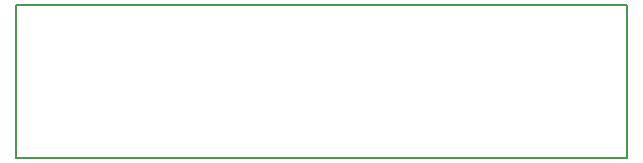
<source format=gbr>
G04 DipTrace 3.0.0.2*
G04 BoardOutline.gbr*
%MOMM*%
G04 #@! TF.FileFunction,Profile*
G04 #@! TF.Part,Single*
%ADD11C,0.1524*%
%FSLAX35Y35*%
G04*
G71*
G90*
G75*
G01*
G04 BoardOutline*
%LPD*%
X0Y0D2*
D11*
X5170000D1*
Y1300000D1*
X0D1*
Y0D1*
M02*

</source>
